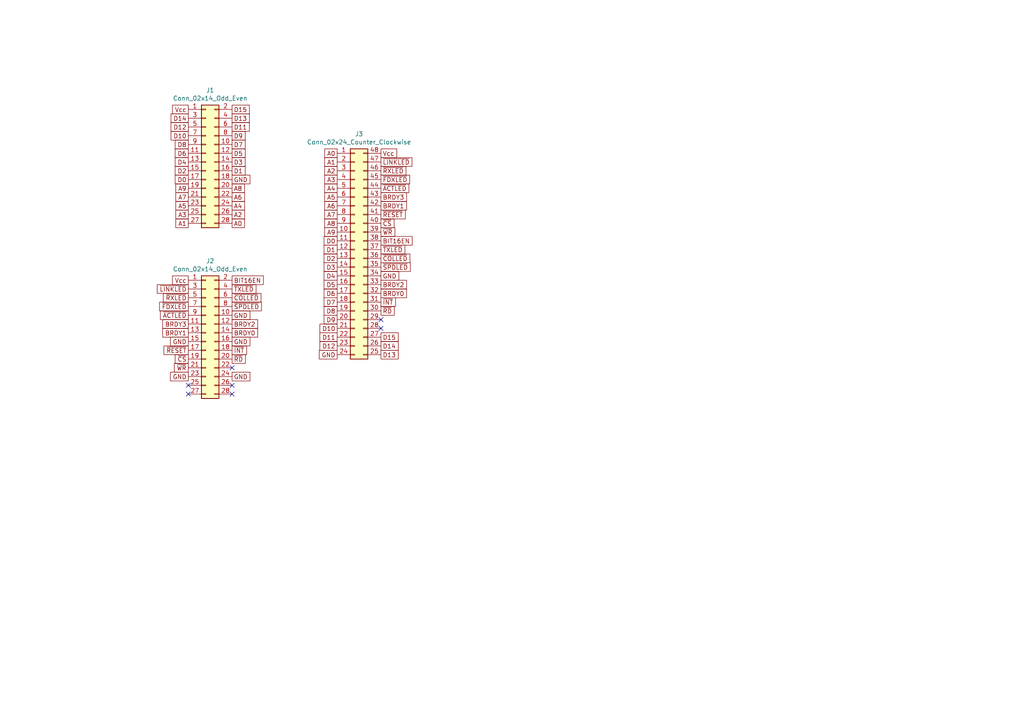
<source format=kicad_sch>
(kicad_sch (version 20230121) (generator eeschema)
  (paper "A4")
  (lib_symbols
    (symbol "Connector_Generic:Conn_02x14_Odd_Even" (pin_names (offset 1.016) hide)
      (property "Reference" "J" (at 1.27 17.78 0))
      (property "Value" "Conn_02x14_Odd_Even" (at 1.27 -20.32 0))
      (symbol "Conn_02x14_Odd_Even_1_1"
        (rectangle (start -1.27 -17.653) (end 0 -17.907) (stroke (width 0.1524)))
        (rectangle (start -1.27 -15.113) (end 0 -15.367) (stroke (width 0.1524)))
        (rectangle (start -1.27 -12.573) (end 0 -12.827) (stroke (width 0.1524)))
        (rectangle (start -1.27 -10.033) (end 0 -10.287) (stroke (width 0.1524)))
        (rectangle (start -1.27 -7.493) (end 0 -7.747) (stroke (width 0.1524)))
        (rectangle (start -1.27 -4.953) (end 0 -5.207) (stroke (width 0.1524)))
        (rectangle (start -1.27 -2.413) (end 0 -2.667) (stroke (width 0.1524)))
        (rectangle (start -1.27 0.127) (end 0 -0.127) (stroke (width 0.1524)))
        (rectangle (start -1.27 2.667) (end 0 2.413) (stroke (width 0.1524)))
        (rectangle (start -1.27 5.207) (end 0 4.953) (stroke (width 0.1524)))
        (rectangle (start -1.27 7.747) (end 0 7.493) (stroke (width 0.1524)))
        (rectangle (start -1.27 10.287) (end 0 10.033) (stroke (width 0.1524)))
        (rectangle (start -1.27 12.827) (end 0 12.573) (stroke (width 0.1524)))
        (rectangle (start -1.27 15.367) (end 0 15.113) (stroke (width 0.1524)))
        (rectangle (start -1.27 16.51) (end 3.81 -19.05) (stroke (width 0.254)) (fill (type background)))
        (rectangle (start 3.81 -17.653) (end 2.54 -17.907) (stroke (width 0.1524)))
        (rectangle (start 3.81 -15.113) (end 2.54 -15.367) (stroke (width 0.1524)))
        (rectangle (start 3.81 -12.573) (end 2.54 -12.827) (stroke (width 0.1524)))
        (rectangle (start 3.81 -10.033) (end 2.54 -10.287) (stroke (width 0.1524)))
        (rectangle (start 3.81 -7.493) (end 2.54 -7.747) (stroke (width 0.1524)))
        (rectangle (start 3.81 -4.953) (end 2.54 -5.207) (stroke (width 0.1524)))
        (rectangle (start 3.81 -2.413) (end 2.54 -2.667) (stroke (width 0.1524)))
        (rectangle (start 3.81 0.127) (end 2.54 -0.127) (stroke (width 0.1524)))
        (rectangle (start 3.81 2.667) (end 2.54 2.413) (stroke (width 0.1524)))
        (rectangle (start 3.81 5.207) (end 2.54 4.953) (stroke (width 0.1524)))
        (rectangle (start 3.81 7.747) (end 2.54 7.493) (stroke (width 0.1524)))
        (rectangle (start 3.81 10.287) (end 2.54 10.033) (stroke (width 0.1524)))
        (rectangle (start 3.81 12.827) (end 2.54 12.573) (stroke (width 0.1524)))
        (rectangle (start 3.81 15.367) (end 2.54 15.113) (stroke (width 0.1524)))
        (pin passive line (at -5.08 15.24 0) (length 3.81) (name "Pin_1") (number "1"))
        (pin passive line (at 7.62 5.08 180) (length 3.81) (name "Pin_10") (number "10"))
        (pin passive line (at -5.08 2.54 0) (length 3.81) (name "Pin_11") (number "11"))
        (pin passive line (at 7.62 2.54 180) (length 3.81) (name "Pin_12") (number "12"))
        (pin passive line (at -5.08 0 0) (length 3.81) (name "Pin_13") (number "13"))
        (pin passive line (at 7.62 0 180) (length 3.81) (name "Pin_14") (number "14"))
        (pin passive line (at -5.08 -2.54 0) (length 3.81) (name "Pin_15") (number "15"))
        (pin passive line (at 7.62 -2.54 180) (length 3.81) (name "Pin_16") (number "16"))
        (pin passive line (at -5.08 -5.08 0) (length 3.81) (name "Pin_17") (number "17"))
        (pin passive line (at 7.62 -5.08 180) (length 3.81) (name "Pin_18") (number "18"))
        (pin passive line (at -5.08 -7.62 0) (length 3.81) (name "Pin_19") (number "19"))
        (pin passive line (at 7.62 15.24 180) (length 3.81) (name "Pin_2") (number "2"))
        (pin passive line (at 7.62 -7.62 180) (length 3.81) (name "Pin_20") (number "20"))
        (pin passive line (at -5.08 -10.16 0) (length 3.81) (name "Pin_21") (number "21"))
        (pin passive line (at 7.62 -10.16 180) (length 3.81) (name "Pin_22") (number "22"))
        (pin passive line (at -5.08 -12.7 0) (length 3.81) (name "Pin_23") (number "23"))
        (pin passive line (at 7.62 -12.7 180) (length 3.81) (name "Pin_24") (number "24"))
        (pin passive line (at -5.08 -15.24 0) (length 3.81) (name "Pin_25") (number "25"))
        (pin passive line (at 7.62 -15.24 180) (length 3.81) (name "Pin_26") (number "26"))
        (pin passive line (at -5.08 -17.78 0) (length 3.81) (name "Pin_27") (number "27"))
        (pin passive line (at 7.62 -17.78 180) (length 3.81) (name "Pin_28") (number "28"))
        (pin passive line (at -5.08 12.7 0) (length 3.81) (name "Pin_3") (number "3"))
        (pin passive line (at 7.62 12.7 180) (length 3.81) (name "Pin_4") (number "4"))
        (pin passive line (at -5.08 10.16 0) (length 3.81) (name "Pin_5") (number "5"))
        (pin passive line (at 7.62 10.16 180) (length 3.81) (name "Pin_6") (number "6"))
        (pin passive line (at -5.08 7.62 0) (length 3.81) (name "Pin_7") (number "7"))
        (pin passive line (at 7.62 7.62 180) (length 3.81) (name "Pin_8") (number "8"))
        (pin passive line (at -5.08 5.08 0) (length 3.81) (name "Pin_9") (number "9"))
      )
    )
    (symbol "Connector_Generic:Conn_02x24_Counter_Clockwise" (pin_names (offset 1.016) hide)
      (property "Reference" "J" (at 1.27 30.48 0))
      (property "Value" "Conn_02x24_Counter_Clockwise" (at 1.27 -33.02 0))
      (symbol "Conn_02x24_Counter_Clockwise_1_1"
        (rectangle (start -1.27 -30.353) (end 0 -30.607) (stroke (width 0.1524)))
        (rectangle (start -1.27 -27.813) (end 0 -28.067) (stroke (width 0.1524)))
        (rectangle (start -1.27 -25.273) (end 0 -25.527) (stroke (width 0.1524)))
        (rectangle (start -1.27 -22.733) (end 0 -22.987) (stroke (width 0.1524)))
        (rectangle (start -1.27 -20.193) (end 0 -20.447) (stroke (width 0.1524)))
        (rectangle (start -1.27 -17.653) (end 0 -17.907) (stroke (width 0.1524)))
        (rectangle (start -1.27 -15.113) (end 0 -15.367) (stroke (width 0.1524)))
        (rectangle (start -1.27 -12.573) (end 0 -12.827) (stroke (width 0.1524)))
        (rectangle (start -1.27 -10.033) (end 0 -10.287) (stroke (width 0.1524)))
        (rectangle (start -1.27 -7.493) (end 0 -7.747) (stroke (width 0.1524)))
        (rectangle (start -1.27 -4.953) (end 0 -5.207) (stroke (width 0.1524)))
        (rectangle (start -1.27 -2.413) (end 0 -2.667) (stroke (width 0.1524)))
        (rectangle (start -1.27 0.127) (end 0 -0.127) (stroke (width 0.1524)))
        (rectangle (start -1.27 2.667) (end 0 2.413) (stroke (width 0.1524)))
        (rectangle (start -1.27 5.207) (end 0 4.953) (stroke (width 0.1524)))
        (rectangle (start -1.27 7.747) (end 0 7.493) (stroke (width 0.1524)))
        (rectangle (start -1.27 10.287) (end 0 10.033) (stroke (width 0.1524)))
        (rectangle (start -1.27 12.827) (end 0 12.573) (stroke (width 0.1524)))
        (rectangle (start -1.27 15.367) (end 0 15.113) (stroke (width 0.1524)))
        (rectangle (start -1.27 17.907) (end 0 17.653) (stroke (width 0.1524)))
        (rectangle (start -1.27 20.447) (end 0 20.193) (stroke (width 0.1524)))
        (rectangle (start -1.27 22.987) (end 0 22.733) (stroke (width 0.1524)))
        (rectangle (start -1.27 25.527) (end 0 25.273) (stroke (width 0.1524)))
        (rectangle (start -1.27 28.067) (end 0 27.813) (stroke (width 0.1524)))
        (rectangle (start -1.27 29.21) (end 3.81 -31.75) (stroke (width 0.254)) (fill (type background)))
        (rectangle (start 3.81 -30.353) (end 2.54 -30.607) (stroke (width 0.1524)))
        (rectangle (start 3.81 -27.813) (end 2.54 -28.067) (stroke (width 0.1524)))
        (rectangle (start 3.81 -25.273) (end 2.54 -25.527) (stroke (width 0.1524)))
        (rectangle (start 3.81 -22.733) (end 2.54 -22.987) (stroke (width 0.1524)))
        (rectangle (start 3.81 -20.193) (end 2.54 -20.447) (stroke (width 0.1524)))
        (rectangle (start 3.81 -17.653) (end 2.54 -17.907) (stroke (width 0.1524)))
        (rectangle (start 3.81 -15.113) (end 2.54 -15.367) (stroke (width 0.1524)))
        (rectangle (start 3.81 -12.573) (end 2.54 -12.827) (stroke (width 0.1524)))
        (rectangle (start 3.81 -10.033) (end 2.54 -10.287) (stroke (width 0.1524)))
        (rectangle (start 3.81 -7.493) (end 2.54 -7.747) (stroke (width 0.1524)))
        (rectangle (start 3.81 -4.953) (end 2.54 -5.207) (stroke (width 0.1524)))
        (rectangle (start 3.81 -2.413) (end 2.54 -2.667) (stroke (width 0.1524)))
        (rectangle (start 3.81 0.127) (end 2.54 -0.127) (stroke (width 0.1524)))
        (rectangle (start 3.81 2.667) (end 2.54 2.413) (stroke (width 0.1524)))
        (rectangle (start 3.81 5.207) (end 2.54 4.953) (stroke (width 0.1524)))
        (rectangle (start 3.81 7.747) (end 2.54 7.493) (stroke (width 0.1524)))
        (rectangle (start 3.81 10.287) (end 2.54 10.033) (stroke (width 0.1524)))
        (rectangle (start 3.81 12.827) (end 2.54 12.573) (stroke (width 0.1524)))
        (rectangle (start 3.81 15.367) (end 2.54 15.113) (stroke (width 0.1524)))
        (rectangle (start 3.81 17.907) (end 2.54 17.653) (stroke (width 0.1524)))
        (rectangle (start 3.81 20.447) (end 2.54 20.193) (stroke (width 0.1524)))
        (rectangle (start 3.81 22.987) (end 2.54 22.733) (stroke (width 0.1524)))
        (rectangle (start 3.81 25.527) (end 2.54 25.273) (stroke (width 0.1524)))
        (rectangle (start 3.81 28.067) (end 2.54 27.813) (stroke (width 0.1524)))
        (pin passive line (at -5.08 27.94 0) (length 3.81) (name "Pin_1") (number "1"))
        (pin passive line (at -5.08 5.08 0) (length 3.81) (name "Pin_10") (number "10"))
        (pin passive line (at -5.08 2.54 0) (length 3.81) (name "Pin_11") (number "11"))
        (pin passive line (at -5.08 0 0) (length 3.81) (name "Pin_12") (number "12"))
        (pin passive line (at -5.08 -2.54 0) (length 3.81) (name "Pin_13") (number "13"))
        (pin passive line (at -5.08 -5.08 0) (length 3.81) (name "Pin_14") (number "14"))
        (pin passive line (at -5.08 -7.62 0) (length 3.81) (name "Pin_15") (number "15"))
        (pin passive line (at -5.08 -10.16 0) (length 3.81) (name "Pin_16") (number "16"))
        (pin passive line (at -5.08 -12.7 0) (length 3.81) (name "Pin_17") (number "17"))
        (pin passive line (at -5.08 -15.24 0) (length 3.81) (name "Pin_18") (number "18"))
        (pin passive line (at -5.08 -17.78 0) (length 3.81) (name "Pin_19") (number "19"))
        (pin passive line (at -5.08 25.4 0) (length 3.81) (name "Pin_2") (number "2"))
        (pin passive line (at -5.08 -20.32 0) (length 3.81) (name "Pin_20") (number "20"))
        (pin passive line (at -5.08 -22.86 0) (length 3.81) (name "Pin_21") (number "21"))
        (pin passive line (at -5.08 -25.4 0) (length 3.81) (name "Pin_22") (number "22"))
        (pin passive line (at -5.08 -27.94 0) (length 3.81) (name "Pin_23") (number "23"))
        (pin passive line (at -5.08 -30.48 0) (length 3.81) (name "Pin_24") (number "24"))
        (pin passive line (at 7.62 -30.48 180) (length 3.81) (name "Pin_25") (number "25"))
        (pin passive line (at 7.62 -27.94 180) (length 3.81) (name "Pin_26") (number "26"))
        (pin passive line (at 7.62 -25.4 180) (length 3.81) (name "Pin_27") (number "27"))
        (pin passive line (at 7.62 -22.86 180) (length 3.81) (name "Pin_28") (number "28"))
        (pin passive line (at 7.62 -20.32 180) (length 3.81) (name "Pin_29") (number "29"))
        (pin passive line (at -5.08 22.86 0) (length 3.81) (name "Pin_3") (number "3"))
        (pin passive line (at 7.62 -17.78 180) (length 3.81) (name "Pin_30") (number "30"))
        (pin passive line (at 7.62 -15.24 180) (length 3.81) (name "Pin_31") (number "31"))
        (pin passive line (at 7.62 -12.7 180) (length 3.81) (name "Pin_32") (number "32"))
        (pin passive line (at 7.62 -10.16 180) (length 3.81) (name "Pin_33") (number "33"))
        (pin passive line (at 7.62 -7.62 180) (length 3.81) (name "Pin_34") (number "34"))
        (pin passive line (at 7.62 -5.08 180) (length 3.81) (name "Pin_35") (number "35"))
        (pin passive line (at 7.62 -2.54 180) (length 3.81) (name "Pin_36") (number "36"))
        (pin passive line (at 7.62 0 180) (length 3.81) (name "Pin_37") (number "37"))
        (pin passive line (at 7.62 2.54 180) (length 3.81) (name "Pin_38") (number "38"))
        (pin passive line (at 7.62 5.08 180) (length 3.81) (name "Pin_39") (number "39"))
        (pin passive line (at -5.08 20.32 0) (length 3.81) (name "Pin_4") (number "4"))
        (pin passive line (at 7.62 7.62 180) (length 3.81) (name "Pin_40") (number "40"))
        (pin passive line (at 7.62 10.16 180) (length 3.81) (name "Pin_41") (number "41"))
        (pin passive line (at 7.62 12.7 180) (length 3.81) (name "Pin_42") (number "42"))
        (pin passive line (at 7.62 15.24 180) (length 3.81) (name "Pin_43") (number "43"))
        (pin passive line (at 7.62 17.78 180) (length 3.81) (name "Pin_44") (number "44"))
        (pin passive line (at 7.62 20.32 180) (length 3.81) (name "Pin_45") (number "45"))
        (pin passive line (at 7.62 22.86 180) (length 3.81) (name "Pin_46") (number "46"))
        (pin passive line (at 7.62 25.4 180) (length 3.81) (name "Pin_47") (number "47"))
        (pin passive line (at 7.62 27.94 180) (length 3.81) (name "Pin_48") (number "48"))
        (pin passive line (at -5.08 17.78 0) (length 3.81) (name "Pin_5") (number "5"))
        (pin passive line (at -5.08 15.24 0) (length 3.81) (name "Pin_6") (number "6"))
        (pin passive line (at -5.08 12.7 0) (length 3.81) (name "Pin_7") (number "7"))
        (pin passive line (at -5.08 10.16 0) (length 3.81) (name "Pin_8") (number "8"))
        (pin passive line (at -5.08 7.62 0) (length 3.81) (name "Pin_9") (number "9"))
      )
    )
  )
  (no_connect (at 67.31 106.68))
  (no_connect (at 110.49 95.25))
  (no_connect (at 110.49 92.71))
  (no_connect (at 54.61 111.76))
  (no_connect (at 54.61 114.3))
  (no_connect (at 67.31 111.76))
  (no_connect (at 67.31 114.3))
  (global_label "BRDY2" (shape passive) (at 67.31 93.98 0) (property "Intersheetrefs" "${INTERSHEET_REFS}" (effects hide)))
  (global_label "D1" (shape passive) (at 97.79 72.39 180) (property "Intersheetrefs" "${INTERSHEET_REFS}" (effects hide)))
  (global_label "~{SPDLED}" (shape passive) (at 67.31 88.9 0) (property "Intersheetrefs" "${INTERSHEET_REFS}" (effects hide)))
  (global_label "~{TXLED}" (shape passive) (at 110.49 72.39 0) (property "Intersheetrefs" "${INTERSHEET_REFS}" (effects hide)))
  (global_label "GND" (shape passive) (at 54.61 99.06 180) (property "Intersheetrefs" "${INTERSHEET_REFS}" (effects hide)))
  (global_label "A1" (shape passive) (at 54.61 64.77 180) (property "Intersheetrefs" "${INTERSHEET_REFS}" (effects hide)))
  (global_label "GND" (shape passive) (at 110.49 80.01 0) (property "Intersheetrefs" "${INTERSHEET_REFS}" (effects hide)))
  (global_label "~{RD}" (shape passive) (at 110.49 90.17 0) (property "Intersheetrefs" "${INTERSHEET_REFS}" (effects hide)))
  (global_label "GND" (shape passive) (at 97.79 102.87 180) (property "Intersheetrefs" "${INTERSHEET_REFS}" (effects hide)))
  (global_label "~{WR}" (shape passive) (at 110.49 67.31 0) (property "Intersheetrefs" "${INTERSHEET_REFS}" (effects hide)))
  (global_label "GND" (shape passive) (at 54.61 109.22 180) (property "Intersheetrefs" "${INTERSHEET_REFS}" (effects hide)))
  (global_label "BRDY2" (shape passive) (at 110.49 82.55 0) (property "Intersheetrefs" "${INTERSHEET_REFS}" (effects hide)))
  (global_label "~{LINKLED}" (shape passive) (at 110.49 46.99 0) (property "Intersheetrefs" "${INTERSHEET_REFS}" (effects hide)))
  (global_label "A5" (shape passive) (at 97.79 57.15 180) (property "Intersheetrefs" "${INTERSHEET_REFS}" (effects hide)))
  (global_label "~{CS}" (shape passive) (at 110.49 64.77 0) (property "Intersheetrefs" "${INTERSHEET_REFS}" (effects hide)))
  (global_label "~{LINKLED}" (shape passive) (at 54.61 83.82 180) (property "Intersheetrefs" "${INTERSHEET_REFS}" (effects hide)))
  (global_label "D6" (shape passive) (at 54.61 44.45 180) (property "Intersheetrefs" "${INTERSHEET_REFS}" (effects hide)))
  (global_label "D0" (shape passive) (at 54.61 52.07 180) (property "Intersheetrefs" "${INTERSHEET_REFS}" (effects hide)))
  (global_label "~{INT}" (shape passive) (at 110.49 87.63 0) (property "Intersheetrefs" "${INTERSHEET_REFS}" (effects hide)))
  (global_label "D3" (shape passive) (at 67.31 46.99 0) (property "Intersheetrefs" "${INTERSHEET_REFS}" (effects hide)))
  (global_label "Vcc" (shape passive) (at 110.49 44.45 0) (property "Intersheetrefs" "${INTERSHEET_REFS}" (effects hide)))
  (global_label "D2" (shape passive) (at 54.61 49.53 180) (property "Intersheetrefs" "${INTERSHEET_REFS}" (effects hide)))
  (global_label "~{SPDLED}" (shape passive) (at 110.49 77.47 0) (property "Intersheetrefs" "${INTERSHEET_REFS}" (effects hide)))
  (global_label "~{RXLED}" (shape passive) (at 54.61 86.36 180) (property "Intersheetrefs" "${INTERSHEET_REFS}" (effects hide)))
  (global_label "D8" (shape passive) (at 54.61 41.91 180) (property "Intersheetrefs" "${INTERSHEET_REFS}" (effects hide)))
  (global_label "GND" (shape passive) (at 67.31 109.22 0) (property "Intersheetrefs" "${INTERSHEET_REFS}" (effects hide)))
  (global_label "D9" (shape passive) (at 67.31 39.37 0) (property "Intersheetrefs" "${INTERSHEET_REFS}" (effects hide)))
  (global_label "D7" (shape passive) (at 67.31 41.91 0) (property "Intersheetrefs" "${INTERSHEET_REFS}" (effects hide)))
  (global_label "BRDY3" (shape passive) (at 54.61 93.98 180) (property "Intersheetrefs" "${INTERSHEET_REFS}" (effects hide)))
  (global_label "D12" (shape passive) (at 54.61 36.83 180) (property "Intersheetrefs" "${INTERSHEET_REFS}" (effects hide)))
  (global_label "A2" (shape passive) (at 97.79 49.53 180) (property "Intersheetrefs" "${INTERSHEET_REFS}" (effects hide)))
  (global_label "D9" (shape passive) (at 97.79 92.71 180) (property "Intersheetrefs" "${INTERSHEET_REFS}" (effects hide)))
  (global_label "Vcc" (shape passive) (at 54.61 81.28 180) (property "Intersheetrefs" "${INTERSHEET_REFS}" (effects hide)))
  (global_label "A0" (shape passive) (at 97.79 44.45 180) (property "Intersheetrefs" "${INTERSHEET_REFS}" (effects hide)))
  (global_label "D13" (shape passive) (at 67.31 34.29 0) (property "Intersheetrefs" "${INTERSHEET_REFS}" (effects hide)))
  (global_label "A2" (shape passive) (at 67.31 62.23 0) (property "Intersheetrefs" "${INTERSHEET_REFS}" (effects hide)))
  (global_label "D4" (shape passive) (at 97.79 80.01 180) (property "Intersheetrefs" "${INTERSHEET_REFS}" (effects hide)))
  (global_label "D3" (shape passive) (at 97.79 77.47 180) (property "Intersheetrefs" "${INTERSHEET_REFS}" (effects hide)))
  (global_label "BIT16EN" (shape passive) (at 110.49 69.85 0) (property "Intersheetrefs" "${INTERSHEET_REFS}" (effects hide)))
  (global_label "GND" (shape passive) (at 67.31 99.06 0) (property "Intersheetrefs" "${INTERSHEET_REFS}" (effects hide)))
  (global_label "A8" (shape passive) (at 67.31 54.61 0) (property "Intersheetrefs" "${INTERSHEET_REFS}" (effects hide)))
  (global_label "D11" (shape passive) (at 97.79 97.79 180) (property "Intersheetrefs" "${INTERSHEET_REFS}" (effects hide)))
  (global_label "D13" (shape passive) (at 110.49 102.87 0) (property "Intersheetrefs" "${INTERSHEET_REFS}" (effects hide)))
  (global_label "~{TXLED}" (shape passive) (at 67.31 83.82 0) (property "Intersheetrefs" "${INTERSHEET_REFS}" (effects hide)))
  (global_label "A1" (shape passive) (at 97.79 46.99 180) (property "Intersheetrefs" "${INTERSHEET_REFS}" (effects hide)))
  (global_label "D10" (shape passive) (at 54.61 39.37 180) (property "Intersheetrefs" "${INTERSHEET_REFS}" (effects hide)))
  (global_label "D8" (shape passive) (at 97.79 90.17 180) (property "Intersheetrefs" "${INTERSHEET_REFS}" (effects hide)))
  (global_label "BRDY1" (shape passive) (at 54.61 96.52 180) (property "Intersheetrefs" "${INTERSHEET_REFS}" (effects hide)))
  (global_label "A6" (shape passive) (at 97.79 59.69 180) (property "Intersheetrefs" "${INTERSHEET_REFS}" (effects hide)))
  (global_label "GND" (shape passive) (at 67.31 91.44 0) (property "Intersheetrefs" "${INTERSHEET_REFS}" (effects hide)))
  (global_label "Vcc" (shape passive) (at 54.61 31.75 180) (property "Intersheetrefs" "${INTERSHEET_REFS}" (effects hide)))
  (global_label "D4" (shape passive) (at 54.61 46.99 180) (property "Intersheetrefs" "${INTERSHEET_REFS}" (effects hide)))
  (global_label "D11" (shape passive) (at 67.31 36.83 0) (property "Intersheetrefs" "${INTERSHEET_REFS}" (effects hide)))
  (global_label "A4" (shape passive) (at 97.79 54.61 180) (property "Intersheetrefs" "${INTERSHEET_REFS}" (effects hide)))
  (global_label "A0" (shape passive) (at 67.31 64.77 0) (property "Intersheetrefs" "${INTERSHEET_REFS}" (effects hide)))
  (global_label "D1" (shape passive) (at 67.31 49.53 0) (property "Intersheetrefs" "${INTERSHEET_REFS}" (effects hide)))
  (global_label "D14" (shape passive) (at 54.61 34.29 180) (property "Intersheetrefs" "${INTERSHEET_REFS}" (effects hide)))
  (global_label "~{FDXLED}" (shape passive) (at 110.49 52.07 0) (property "Intersheetrefs" "${INTERSHEET_REFS}" (effects hide)))
  (global_label "D5" (shape passive) (at 67.31 44.45 0) (property "Intersheetrefs" "${INTERSHEET_REFS}" (effects hide)))
  (global_label "BRDY0" (shape passive) (at 110.49 85.09 0) (property "Intersheetrefs" "${INTERSHEET_REFS}" (effects hide)))
  (global_label "A4" (shape passive) (at 67.31 59.69 0) (property "Intersheetrefs" "${INTERSHEET_REFS}" (effects hide)))
  (global_label "A9" (shape passive) (at 54.61 54.61 180) (property "Intersheetrefs" "${INTERSHEET_REFS}" (effects hide)))
  (global_label "A5" (shape passive) (at 54.61 59.69 180) (property "Intersheetrefs" "${INTERSHEET_REFS}" (effects hide)))
  (global_label "~{COLLED}" (shape passive) (at 67.31 86.36 0) (property "Intersheetrefs" "${INTERSHEET_REFS}" (effects hide)))
  (global_label "A3" (shape passive) (at 97.79 52.07 180) (property "Intersheetrefs" "${INTERSHEET_REFS}" (effects hide)))
  (global_label "D10" (shape passive) (at 97.79 95.25 180) (property "Intersheetrefs" "${INTERSHEET_REFS}" (effects hide)))
  (global_label "A7" (shape passive) (at 54.61 57.15 180) (property "Intersheetrefs" "${INTERSHEET_REFS}" (effects hide)))
  (global_label "A6" (shape passive) (at 67.31 57.15 0) (property "Intersheetrefs" "${INTERSHEET_REFS}" (effects hide)))
  (global_label "~{WR}" (shape passive) (at 54.61 106.68 180) (property "Intersheetrefs" "${INTERSHEET_REFS}" (effects hide)))
  (global_label "~{RXLED}" (shape passive) (at 110.49 49.53 0) (property "Intersheetrefs" "${INTERSHEET_REFS}" (effects hide)))
  (global_label "D0" (shape passive) (at 97.79 69.85 180) (property "Intersheetrefs" "${INTERSHEET_REFS}" (effects hide)))
  (global_label "BRDY3" (shape passive) (at 110.49 57.15 0) (property "Intersheetrefs" "${INTERSHEET_REFS}" (effects hide)))
  (global_label "~{RD}" (shape passive) (at 67.31 104.14 0) (property "Intersheetrefs" "${INTERSHEET_REFS}" (effects hide)))
  (global_label "~{RESET}" (shape passive) (at 54.61 101.6 180) (property "Intersheetrefs" "${INTERSHEET_REFS}" (effects hide)))
  (global_label "D12" (shape passive) (at 97.79 100.33 180) (property "Intersheetrefs" "${INTERSHEET_REFS}" (effects hide)))
  (global_label "~{ACTLED}" (shape passive) (at 110.49 54.61 0) (property "Intersheetrefs" "${INTERSHEET_REFS}" (effects hide)))
  (global_label "GND" (shape passive) (at 67.31 52.07 0) (property "Intersheetrefs" "${INTERSHEET_REFS}" (effects hide)))
  (global_label "~{ACTLED}" (shape passive) (at 54.61 91.44 180) (property "Intersheetrefs" "${INTERSHEET_REFS}" (effects hide)))
  (global_label "BIT16EN" (shape passive) (at 67.31 81.28 0) (property "Intersheetrefs" "${INTERSHEET_REFS}" (effects hide)))
  (global_label "D5" (shape passive) (at 97.79 82.55 180) (property "Intersheetrefs" "${INTERSHEET_REFS}" (effects hide)))
  (global_label "D2" (shape passive) (at 97.79 74.93 180) (property "Intersheetrefs" "${INTERSHEET_REFS}" (effects hide)))
  (global_label "~{RESET}" (shape passive) (at 110.49 62.23 0) (property "Intersheetrefs" "${INTERSHEET_REFS}" (effects hide)))
  (global_label "~{COLLED}" (shape passive) (at 110.49 74.93 0) (property "Intersheetrefs" "${INTERSHEET_REFS}" (effects hide)))
  (global_label "BRDY1" (shape passive) (at 110.49 59.69 0) (property "Intersheetrefs" "${INTERSHEET_REFS}" (effects hide)))
  (global_label "BRDY0" (shape passive) (at 67.31 96.52 0) (property "Intersheetrefs" "${INTERSHEET_REFS}" (effects hide)))
  (global_label "D6" (shape passive) (at 97.79 85.09 180) (property "Intersheetrefs" "${INTERSHEET_REFS}" (effects hide)))
  (global_label "A8" (shape passive) (at 97.79 64.77 180) (property "Intersheetrefs" "${INTERSHEET_REFS}" (effects hide)))
  (global_label "A3" (shape passive) (at 54.61 62.23 180) (property "Intersheetrefs" "${INTERSHEET_REFS}" (effects hide)))
  (global_label "D7" (shape passive) (at 97.79 87.63 180) (property "Intersheetrefs" "${INTERSHEET_REFS}" (effects hide)))
  (global_label "~{CS}" (shape passive) (at 54.61 104.14 180) (property "Intersheetrefs" "${INTERSHEET_REFS}" (effects hide)))
  (global_label "D15" (shape passive) (at 67.31 31.75 0) (property "Intersheetrefs" "${INTERSHEET_REFS}" (effects hide)))
  (global_label "D14" (shape passive) (at 110.49 100.33 0) (property "Intersheetrefs" "${INTERSHEET_REFS}" (effects hide)))
  (global_label "~{INT}" (shape passive) (at 67.31 101.6 0) (property "Intersheetrefs" "${INTERSHEET_REFS}" (effects hide)))
  (global_label "D15" (shape passive) (at 110.49 97.79 0) (property "Intersheetrefs" "${INTERSHEET_REFS}" (effects hide)))
  (global_label "~{FDXLED}" (shape passive) (at 54.61 88.9 180) (property "Intersheetrefs" "${INTERSHEET_REFS}" (effects hide)))
  (global_label "A7" (shape passive) (at 97.79 62.23 180) (property "Intersheetrefs" "${INTERSHEET_REFS}" (effects hide)))
  (global_label "A9" (shape passive) (at 97.79 67.31 180) (property "Intersheetrefs" "${INTERSHEET_REFS}" (effects hide)))
  (symbol (lib_id "Connector_Generic:Conn_02x14_Odd_Even") (at 59.69 46.99 0) (unit 1)
    (property "Reference" "J1" (at 60.96 26.162 0))
    (property "Value" "Conn_02x14_Odd_Even" (at 60.96 28.5242 0))
    (property "Footprint" "Pin_Headers:PinHeader_2x14_P2.54mm_Vertical" (effects hide))
  )
  (symbol (lib_id "Connector_Generic:Conn_02x14_Odd_Even") (at 59.69 96.52 0) (unit 1)
    (property "Reference" "J2" (at 60.96 75.692 0))
    (property "Value" "Conn_02x14_Odd_Even" (at 60.96 78.0542 0))
    (property "Footprint" "Pin_Headers:PinHeader_2x14_P2.54mm_Vertical" (effects hide))
  )
  (symbol (lib_id "Connector_Generic:Conn_02x24_Counter_Clockwise") (at 102.87 72.39 0) (unit 1)
    (property "Reference" "J3" (at 104.14 38.862 0))
    (property "Value" "Conn_02x24_Counter_Clockwise" (at 104.14 41.2242 0))
    (property "Footprint" "Housings_DIP:DIP-48_W15.24mm" (effects hide))
  )
)
</source>
